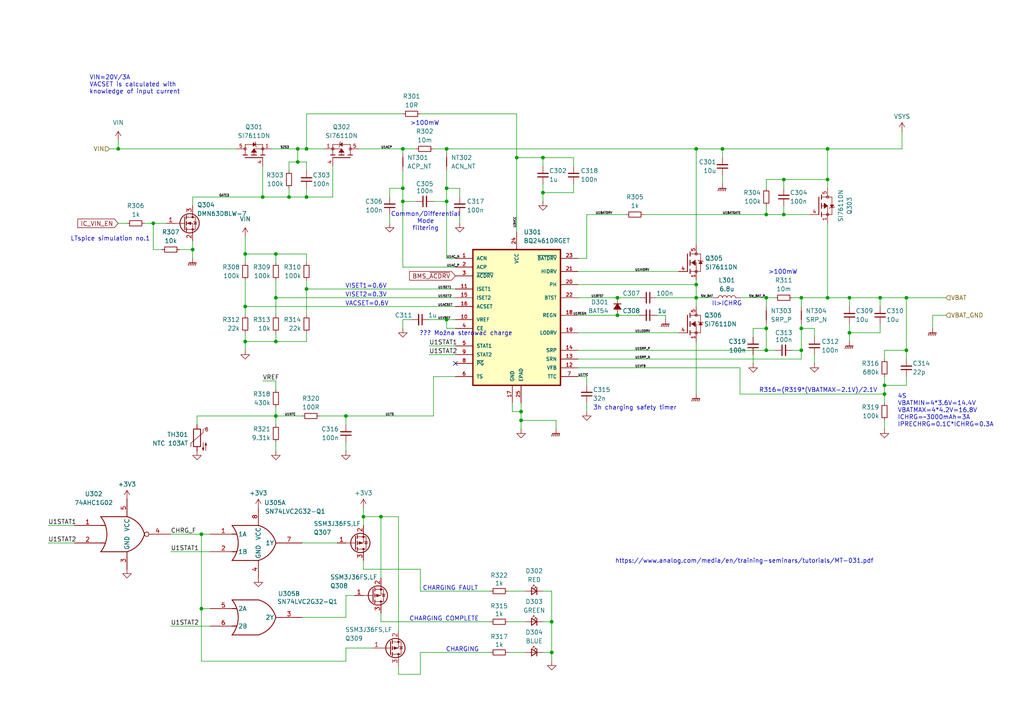
<source format=kicad_sch>
(kicad_sch (version 20231120) (generator "eeschema") (generator_version "8.0")
  (paper "A4")
  (title_block (title "Battery Pack Board") (date "2024-09-21") (rev "1.0") (company "WM"))
  (junction (at 157.48 45.72))
  (junction (at 232.41 101.6))
  (junction (at 160.02 189.23))
  (junction (at 88.9 83.82))
  (junction (at 129.54 43.18))
  (junction (at 232.41 86.36))
  (junction (at 55.88 72.39))
  (junction (at 151.13 121.92))
  (junction (at 232.41 95.25))
  (junction (at 44.45 64.77))
  (junction (at 80.01 120.65))
  (junction (at 129.54 58.42))
  (junction (at 71.12 73.66))
  (junction (at 179.07 91.44))
  (junction (at 240.03 52.07))
  (junction (at 227.33 52.07))
  (junction (at 129.54 92.71))
  (junction (at 262.89 101.6))
  (junction (at 201.93 86.36))
  (junction (at 116.84 58.42))
  (junction (at 129.54 54.61))
  (junction (at 105.41 149.86))
  (junction (at 110.49 149.86))
  (junction (at 86.36 46.99))
  (junction (at 240.03 86.36))
  (junction (at 222.25 101.6))
  (junction (at 100.33 120.65))
  (junction (at 222.25 95.25))
  (junction (at 227.33 62.23))
  (junction (at 86.36 43.18))
  (junction (at 246.38 96.52))
  (junction (at 76.2 57.15))
  (junction (at 256.54 111.76))
  (junction (at 262.89 86.36))
  (junction (at 209.55 43.18))
  (junction (at 149.86 45.72))
  (junction (at 246.38 86.36))
  (junction (at 71.12 99.06))
  (junction (at 255.27 86.36))
  (junction (at 157.48 55.88))
  (junction (at 80.01 99.06))
  (junction (at 58.42 154.94))
  (junction (at 160.02 180.34))
  (junction (at 201.93 82.55))
  (junction (at 88.9 43.18))
  (junction (at 58.42 176.53))
  (junction (at 80.01 73.66))
  (junction (at 151.13 119.38))
  (junction (at 240.03 43.18))
  (junction (at 201.93 43.18))
  (junction (at 116.84 43.18))
  (junction (at 71.12 88.9))
  (junction (at 116.84 54.61))
  (junction (at 179.07 86.36))
  (junction (at 222.25 86.36))
  (junction (at 222.25 62.23))
  (junction (at 88.9 57.15))
  (junction (at 34.29 43.18))
  (junction (at 256.54 114.3))
  (junction (at 83.82 57.15))
  (junction (at 80.01 86.36))
  (no_connect (at 132.08 105.41))
  (wire (pts (xy 34.29 64.77) (xy 36.83 64.77)))
  (wire (pts (xy 218.44 105.41) (xy 218.44 102.87)))
  (wire (pts (xy 44.45 64.77) (xy 48.26 64.77)))
  (wire (pts (xy 246.38 86.36) (xy 255.27 86.36)))
  (wire (pts (xy 88.9 43.18) (xy 93.98 43.18)))
  (wire (pts (xy 151.13 121.92) (xy 161.29 121.92)))
  (wire (pts (xy 88.9 73.66) (xy 80.01 73.66)))
  (wire (pts (xy 55.88 72.39) (xy 55.88 69.85)))
  (wire (pts (xy 88.9 54.61) (xy 88.9 57.15)))
  (wire (pts (xy 105.41 162.56) (xy 105.41 165.1)))
  (wire (pts (xy 232.41 95.25) (xy 232.41 101.6)))
  (wire (pts (xy 256.54 109.22) (xy 256.54 111.76)))
  (wire (pts (xy 80.01 86.36) (xy 80.01 91.44)))
  (wire (pts (xy 105.41 149.86) (xy 105.41 152.4)))
  (wire (pts (xy 222.25 95.25) (xy 222.25 101.6)))
  (wire (pts (xy 246.38 86.36) (xy 246.38 88.9)))
  (wire (pts (xy 113.03 57.15) (xy 113.03 54.61)))
  (wire (pts (xy 262.89 101.6) (xy 256.54 101.6)))
  (wire (pts (xy 160.02 180.34) (xy 160.02 189.23)))
  (wire (pts (xy 160.02 171.45) (xy 160.02 180.34)))
  (wire (pts (xy 149.86 33.02) (xy 149.86 45.72)))
  (wire (pts (xy 113.03 54.61) (xy 116.84 54.61)))
  (wire (pts (xy 149.86 33.02) (xy 121.92 33.02)))
  (wire (pts (xy 76.2 110.49) (xy 80.01 110.49)))
  (wire (pts (xy 88.9 81.28) (xy 88.9 83.82)))
  (wire (pts (xy 80.01 86.36) (xy 132.08 86.36)))
  (wire (pts (xy 274.32 91.44) (xy 270.51 91.44)))
  (wire (pts (xy 129.54 43.18) (xy 201.93 43.18)))
  (wire (pts (xy 167.64 86.36) (xy 179.07 86.36)))
  (wire (pts (xy 100.33 172.72) (xy 100.33 179.07)))
  (wire (pts (xy 222.25 86.36) (xy 222.25 88.9)))
  (wire (pts (xy 115.57 195.58) (xy 121.92 195.58)))
  (wire (pts (xy 129.54 92.71) (xy 132.08 92.71)))
  (wire (pts (xy 201.93 81.28) (xy 201.93 82.55)))
  (wire (pts (xy 133.35 64.77) (xy 133.35 62.23)))
  (wire (pts (xy 87.63 157.48) (xy 97.79 157.48)))
  (wire (pts (xy 71.12 81.28) (xy 71.12 88.9)))
  (wire (pts (xy 218.44 95.25) (xy 222.25 95.25)))
  (wire (pts (xy 133.35 57.15) (xy 133.35 54.61)))
  (wire (pts (xy 157.48 55.88) (xy 157.48 53.34)))
  (wire (pts (xy 179.07 86.36) (xy 185.42 86.36)))
  (wire (pts (xy 157.48 180.34) (xy 160.02 180.34)))
  (wire (pts (xy 157.48 48.26) (xy 157.48 45.72)))
  (wire (pts (xy 201.93 43.18) (xy 209.55 43.18)))
  (wire (pts (xy 120.65 43.18) (xy 116.84 43.18)))
  (wire (pts (xy 167.64 82.55) (xy 201.93 82.55)))
  (wire (pts (xy 83.82 54.61) (xy 83.82 57.15)))
  (wire (pts (xy 240.03 86.36) (xy 246.38 86.36)))
  (wire (pts (xy 104.14 43.18) (xy 116.84 43.18)))
  (wire (pts (xy 71.12 68.58) (xy 71.12 73.66)))
  (wire (pts (xy 157.48 58.42) (xy 157.48 55.88)))
  (wire (pts (xy 256.54 101.6) (xy 256.54 104.14)))
  (wire (pts (xy 201.93 82.55) (xy 201.93 86.36)))
  (wire (pts (xy 261.62 38.1) (xy 261.62 43.18)))
  (wire (pts (xy 232.41 93.98) (xy 232.41 95.25)))
  (wire (pts (xy 116.84 58.42) (xy 116.84 54.61)))
  (wire (pts (xy 71.12 88.9) (xy 71.12 91.44)))
  (wire (pts (xy 129.54 95.25) (xy 129.54 92.71)))
  (wire (pts (xy 60.96 176.53) (xy 58.42 176.53)))
  (wire (pts (xy 209.55 53.34) (xy 209.55 50.8)))
  (wire (pts (xy 222.25 52.07) (xy 227.33 52.07)))
  (wire (pts (xy 13.97 157.48) (xy 21.59 157.48)))
  (wire (pts (xy 129.54 44.45) (xy 129.54 43.18)))
  (wire (pts (xy 125.73 120.65) (xy 100.33 120.65)))
  (wire (pts (xy 129.54 54.61) (xy 129.54 49.53)))
  (wire (pts (xy 71.12 101.6) (xy 71.12 99.06)))
  (wire (pts (xy 100.33 130.81) (xy 100.33 128.27)))
  (wire (pts (xy 240.03 43.18) (xy 240.03 52.07)))
  (wire (pts (xy 83.82 46.99) (xy 86.36 46.99)))
  (wire (pts (xy 157.48 171.45) (xy 160.02 171.45)))
  (wire (pts (xy 167.64 96.52) (xy 196.85 96.52)))
  (wire (pts (xy 224.79 86.36) (xy 222.25 86.36)))
  (wire (pts (xy 80.01 120.65) (xy 87.63 120.65)))
  (wire (pts (xy 170.18 119.38) (xy 170.18 116.84)))
  (wire (pts (xy 222.25 54.61) (xy 222.25 52.07)))
  (wire (pts (xy 88.9 83.82) (xy 132.08 83.82)))
  (wire (pts (xy 125.73 109.22) (xy 125.73 120.65)))
  (wire (pts (xy 46.99 72.39) (xy 44.45 72.39)))
  (wire (pts (xy 256.54 114.3) (xy 214.63 114.3)))
  (wire (pts (xy 232.41 104.14) (xy 167.64 104.14)))
  (wire (pts (xy 116.84 95.25) (xy 116.84 92.71)))
  (wire (pts (xy 201.93 86.36) (xy 201.93 88.9)))
  (wire (pts (xy 41.91 64.77) (xy 44.45 64.77)))
  (wire (pts (xy 34.29 43.18) (xy 68.58 43.18)))
  (wire (pts (xy 222.25 59.69) (xy 222.25 62.23)))
  (wire (pts (xy 129.54 58.42) (xy 129.54 54.61)))
  (wire (pts (xy 256.54 114.3) (xy 256.54 116.84)))
  (wire (pts (xy 110.49 149.86) (xy 115.57 149.86)))
  (wire (pts (xy 105.41 147.32) (xy 105.41 149.86)))
  (wire (pts (xy 240.03 52.07) (xy 240.03 54.61)))
  (wire (pts (xy 170.18 62.23) (xy 181.61 62.23)))
  (wire (pts (xy 80.01 113.03) (xy 80.01 110.49)))
  (wire (pts (xy 55.88 57.15) (xy 55.88 59.69)))
  (wire (pts (xy 201.93 43.18) (xy 201.93 71.12)))
  (wire (pts (xy 116.84 54.61) (xy 116.84 49.53)))
  (wire (pts (xy 80.01 96.52) (xy 80.01 99.06)))
  (wire (pts (xy 86.36 46.99) (xy 88.9 46.99)))
  (wire (pts (xy 227.33 59.69) (xy 227.33 62.23)))
  (wire (pts (xy 132.08 74.93) (xy 129.54 74.93)))
  (wire (pts (xy 214.63 106.68) (xy 167.64 106.68)))
  (wire (pts (xy 121.92 165.1) (xy 121.92 171.45)))
  (wire (pts (xy 214.63 114.3) (xy 214.63 106.68)))
  (wire (pts (xy 88.9 33.02) (xy 88.9 43.18)))
  (wire (pts (xy 110.49 180.34) (xy 142.24 180.34)))
  (wire (pts (xy 147.32 189.23) (xy 152.4 189.23)))
  (wire (pts (xy 186.69 62.23) (xy 222.25 62.23)))
  (wire (pts (xy 96.52 48.26) (xy 96.52 57.15)))
  (wire (pts (xy 201.93 86.36) (xy 207.01 86.36)))
  (wire (pts (xy 49.53 154.94) (xy 58.42 154.94)))
  (wire (pts (xy 222.25 93.98) (xy 222.25 95.25)))
  (wire (pts (xy 179.07 91.44) (xy 185.42 91.44)))
  (wire (pts (xy 80.01 73.66) (xy 80.01 76.2)))
  (wire (pts (xy 262.89 109.22) (xy 262.89 111.76)))
  (wire (pts (xy 34.29 40.64) (xy 34.29 43.18)))
  (wire (pts (xy 78.74 43.18) (xy 86.36 43.18)))
  (wire (pts (xy 110.49 177.8) (xy 110.49 180.34)))
  (wire (pts (xy 236.22 97.79) (xy 236.22 95.25)))
  (wire (pts (xy 92.71 120.65) (xy 100.33 120.65)))
  (wire (pts (xy 100.33 172.72) (xy 102.87 172.72)))
  (wire (pts (xy 255.27 93.98) (xy 255.27 96.52)))
  (wire (pts (xy 166.37 53.34) (xy 166.37 55.88)))
  (wire (pts (xy 115.57 149.86) (xy 115.57 182.88)))
  (wire (pts (xy 58.42 154.94) (xy 60.96 154.94)))
  (wire (pts (xy 31.75 43.18) (xy 34.29 43.18)))
  (wire (pts (xy 232.41 95.25) (xy 236.22 95.25)))
  (wire (pts (xy 124.46 102.87) (xy 132.08 102.87)))
  (wire (pts (xy 88.9 76.2) (xy 88.9 73.66)))
  (wire (pts (xy 229.87 101.6) (xy 232.41 101.6)))
  (wire (pts (xy 116.84 58.42) (xy 116.84 77.47)))
  (wire (pts (xy 133.35 54.61) (xy 129.54 54.61)))
  (wire (pts (xy 240.03 43.18) (xy 261.62 43.18)))
  (wire (pts (xy 209.55 43.18) (xy 240.03 43.18)))
  (wire (pts (xy 170.18 62.23) (xy 170.18 74.93)))
  (wire (pts (xy 107.95 187.96) (xy 100.33 187.96)))
  (wire (pts (xy 80.01 118.11) (xy 80.01 120.65)))
  (wire (pts (xy 151.13 116.84) (xy 151.13 119.38)))
  (wire (pts (xy 105.41 149.86) (xy 110.49 149.86)))
  (wire (pts (xy 166.37 48.26) (xy 166.37 45.72)))
  (wire (pts (xy 76.2 57.15) (xy 83.82 57.15)))
  (wire (pts (xy 49.53 181.61) (xy 60.96 181.61)))
  (wire (pts (xy 167.64 78.74) (xy 196.85 78.74)))
  (wire (pts (xy 86.36 43.18) (xy 86.36 46.99)))
  (wire (pts (xy 44.45 64.77) (xy 44.45 72.39)))
  (wire (pts (xy 240.03 64.77) (xy 240.03 86.36)))
  (wire (pts (xy 132.08 88.9) (xy 71.12 88.9)))
  (wire (pts (xy 121.92 189.23) (xy 142.24 189.23)))
  (wire (pts (xy 227.33 52.07) (xy 240.03 52.07)))
  (wire (pts (xy 218.44 97.79) (xy 218.44 95.25)))
  (wire (pts (xy 86.36 43.18) (xy 88.9 43.18)))
  (wire (pts (xy 55.88 74.93) (xy 55.88 72.39)))
  (wire (pts (xy 80.01 81.28) (xy 80.01 86.36)))
  (wire (pts (xy 100.33 187.96) (xy 100.33 191.77)))
  (wire (pts (xy 193.04 91.44) (xy 193.04 92.71)))
  (wire (pts (xy 129.54 58.42) (xy 129.54 74.93)))
  (wire (pts (xy 115.57 193.04) (xy 115.57 195.58)))
  (wire (pts (xy 88.9 46.99) (xy 88.9 49.53)))
  (wire (pts (xy 190.5 86.36) (xy 201.93 86.36)))
  (wire (pts (xy 88.9 96.52) (xy 88.9 99.06)))
  (wire (pts (xy 58.42 176.53) (xy 58.42 191.77)))
  (wire (pts (xy 149.86 45.72) (xy 157.48 45.72)))
  (wire (pts (xy 255.27 96.52) (xy 246.38 96.52)))
  (wire (pts (xy 55.88 57.15) (xy 76.2 57.15)))
  (wire (pts (xy 166.37 55.88) (xy 157.48 55.88)))
  (wire (pts (xy 147.32 171.45) (xy 152.4 171.45)))
  (wire (pts (xy 124.46 92.71) (xy 129.54 92.71)))
  (wire (pts (xy 88.9 99.06) (xy 80.01 99.06)))
  (wire (pts (xy 148.59 119.38) (xy 151.13 119.38)))
  (wire (pts (xy 71.12 99.06) (xy 71.12 96.52)))
  (wire (pts (xy 96.52 57.15) (xy 88.9 57.15)))
  (wire (pts (xy 246.38 99.06) (xy 246.38 96.52)))
  (wire (pts (xy 116.84 33.02) (xy 88.9 33.02)))
  (wire (pts (xy 256.54 111.76) (xy 262.89 111.76)))
  (wire (pts (xy 83.82 49.53) (xy 83.82 46.99)))
  (wire (pts (xy 232.41 86.36) (xy 240.03 86.36)))
  (wire (pts (xy 262.89 86.36) (xy 262.89 101.6)))
  (wire (pts (xy 132.08 109.22) (xy 125.73 109.22)))
  (wire (pts (xy 113.03 64.77) (xy 113.03 62.23)))
  (wire (pts (xy 167.64 91.44) (xy 179.07 91.44)))
  (wire (pts (xy 80.01 99.06) (xy 71.12 99.06)))
  (wire (pts (xy 76.2 48.26) (xy 76.2 57.15)))
  (wire (pts (xy 132.08 77.47) (xy 116.84 77.47)))
  (wire (pts (xy 255.27 86.36) (xy 255.27 88.9)))
  (wire (pts (xy 100.33 120.65) (xy 100.33 123.19)))
  (wire (pts (xy 201.93 114.3) (xy 201.93 99.06)))
  (wire (pts (xy 149.86 45.72) (xy 149.86 67.31)))
  (wire (pts (xy 116.84 92.71) (xy 119.38 92.71)))
  (wire (pts (xy 167.64 101.6) (xy 222.25 101.6)))
  (wire (pts (xy 57.15 120.65) (xy 80.01 120.65)))
  (wire (pts (xy 232.41 101.6) (xy 232.41 104.14)))
  (wire (pts (xy 80.01 120.65) (xy 80.01 123.19)))
  (wire (pts (xy 80.01 73.66) (xy 71.12 73.66)))
  (wire (pts (xy 256.54 111.76) (xy 256.54 114.3)))
  (wire (pts (xy 161.29 121.92) (xy 161.29 124.46)))
  (wire (pts (xy 125.73 58.42) (xy 129.54 58.42)))
  (wire (pts (xy 148.59 119.38) (xy 148.59 116.84)))
  (wire (pts (xy 80.01 130.81) (xy 80.01 128.27)))
  (wire (pts (xy 255.27 86.36) (xy 262.89 86.36)))
  (wire (pts (xy 256.54 124.46) (xy 256.54 121.92)))
  (wire (pts (xy 224.79 101.6) (xy 222.25 101.6)))
  (wire (pts (xy 246.38 96.52) (xy 246.38 93.98)))
  (wire (pts (xy 125.73 43.18) (xy 129.54 43.18)))
  (wire (pts (xy 116.84 58.42) (xy 120.65 58.42)))
  (wire (pts (xy 116.84 44.45) (xy 116.84 43.18)))
  (wire (pts (xy 71.12 73.66) (xy 71.12 76.2)))
  (wire (pts (xy 236.22 105.41) (xy 236.22 102.87)))
  (wire (pts (xy 121.92 195.58) (xy 121.92 189.23)))
  (wire (pts (xy 229.87 86.36) (xy 232.41 86.36)))
  (wire (pts (xy 147.32 180.34) (xy 152.4 180.34)))
  (wire (pts (xy 83.82 57.15) (xy 88.9 57.15)))
  (wire (pts (xy 232.41 86.36) (xy 232.41 88.9)))
  (wire (pts (xy 166.37 45.72) (xy 157.48 45.72)))
  (wire (pts (xy 270.51 91.44) (xy 270.51 95.25)))
  (wire (pts (xy 190.5 91.44) (xy 193.04 91.44)))
  (wire (pts (xy 49.53 160.02) (xy 60.96 160.02)))
  (wire (pts (xy 151.13 121.92) (xy 151.13 124.46)))
  (wire (pts (xy 222.25 86.36) (xy 214.63 86.36)))
  (wire (pts (xy 170.18 109.22) (xy 170.18 111.76)))
  (wire (pts (xy 227.33 62.23) (xy 234.95 62.23)))
  (wire (pts (xy 121.92 171.45) (xy 142.24 171.45)))
  (wire (pts (xy 58.42 176.53) (xy 58.42 154.94)))
  (wire (pts (xy 222.25 62.23) (xy 227.33 62.23)))
  (wire (pts (xy 100.33 179.07) (xy 87.63 179.07)))
  (wire (pts (xy 13.97 152.4) (xy 21.59 152.4)))
  (wire (pts (xy 100.33 191.77) (xy 58.42 191.77)))
  (wire (pts (xy 52.07 72.39) (xy 55.88 72.39)))
  (wire (pts (xy 209.55 43.18) (xy 209.55 45.72)))
  (wire (pts (xy 124.46 100.33) (xy 132.08 100.33)))
  (wire (pts (xy 132.08 95.25) (xy 129.54 95.25)))
  (wire (pts (xy 57.15 120.65) (xy 57.15 123.19)))
  (wire (pts (xy 262.89 86.36) (xy 274.32 86.36)))
  (wire (pts (xy 160.02 191.77) (xy 160.02 189.23)))
  (wire (pts (xy 151.13 119.38) (xy 151.13 121.92)))
  (wire (pts (xy 105.41 165.1) (xy 121.92 165.1)))
  (wire (pts (xy 227.33 54.61) (xy 227.33 52.07)))
  (wire (pts (xy 88.9 83.82) (xy 88.9 91.44)))
  (wire (pts (xy 110.49 149.86) (xy 110.49 167.64)))
  (wire (pts (xy 160.02 189.23) (xy 157.48 189.23)))
  (wire (pts (xy 167.64 109.22) (xy 170.18 109.22)))
  (wire (pts (xy 262.89 104.14) (xy 262.89 101.6)))
  (wire (pts (xy 170.18 74.93) (xy 167.64 74.93)))
  (text "VISET2=0.3V" (at 106.172 85.598 0) (effects (font (size 1.27 1.27))))
  (text "??? Można sterować charge" (at 135.128 96.774 0) (effects (font (size 1.27 1.27))))
  (text "Il>ICHRG" (at 210.82 88.138 0) (effects (font (size 1.27 1.27))))
  (text ">100mW" (at 123.19 35.814 0) (effects (font (size 1.27 1.27))))
  (text "https://www.analog.com/media/en/training-seminars/tutorials/MT-031.pdf" (at 215.9 162.814 0) (effects (font (size 1.27 1.27))))
  (text "3h charging safety timer" (at 184.15 118.364 0) (effects (font (size 1.27 1.27))))
  (text ">100mW" (at 227.076 78.994 0) (effects (font (size 1.27 1.27))))
  (text "VISET1=0.6V" (at 106.172 83.058 0) (effects (font (size 1.27 1.27))))
  (text "Common/Differential\nMode\nfiltering" (at 123.444 64.262 0) (effects (font (size 1.27 1.27))))
  (text "LTspice simulation no.1" (at 32.004 69.342 0) (effects (font (size 1.27 1.27))))
  (text "CHARGING COMPLETE" (at 138.938 179.578 0) (effects (font (size 1.27 1.27)) (justify right)))
  (text "R316=(R319*(VBATMAX-2.1V)/2.1V" (at 254.508 113.284 0) (effects (font (size 1.27 1.27)) (justify right)))
  (text "VIN=20V/3A\nVACSET is calculated with \nknowledge of input current" (at 25.908 24.638 0) (effects (font (size 1.27 1.27)) (justify left)))
  (text "CHARGING" (at 138.938 188.468 0) (effects (font (size 1.27 1.27)) (justify right)))
  (text "VACSET=0.6V" (at 106.426 88.138 0) (effects (font (size 1.27 1.27))))
  (text "4S\nVBATMIN=4*3.6V=14.4V\nVBATMAX=4*4.2V=16.8V\nICHRG=~3000mAh=3A\nIPRECHRG=0.1C*ICHRG=0.3A" (at 260.35 119.126 0) (effects (font (size 1.27 1.27)) (justify left)))
  (text "CHARGING FAULT" (at 138.684 170.688 0) (effects (font (size 1.27 1.27)) (justify right)))
  (label "U1ISET1" (at 127 83.82 0) (effects (font (size 0.635 0.635))))
  (label "SW_BAT" (at 203.2 86.36 0) (effects (font (size 0.635 0.635))))
  (label "U1SRP_P" (at 184.15 101.6 0) (effects (font (size 0.635 0.635))))
  (label "U1TTC" (at 167.64 109.22 0) (effects (font (size 0.635 0.635))))
  (label "S2S3" (at 81.28 43.18 0) (effects (font (size 0.635 0.635))))
  (label "U1REGN" (at 170.18 91.44 180) (effects (font (size 0.635 0.635))))
  (label "U1ACSET" (at 127 88.9 0) (effects (font (size 0.635 0.635))))
  (label "U1BTST" (at 171.45 86.36 0) (effects (font (size 0.635 0.635))))
  (label "U1HIDRV" (at 184.15 78.74 0) (effects (font (size 0.635 0.635))))
  (label "SW_BAT_R" (at 217.17 86.36 0) (effects (font (size 0.635 0.635))))
  (label "U1STAT2" (at 124.46 102.87 0))
  (label "U1STAT2" (at 13.97 157.48 0))
  (label "U1STAT1" (at 13.97 152.4 0))
  (label "U1BATDRV" (at 172.72 62.23 0) (effects (font (size 0.635 0.635))))
  (label "U1AC_N" (at 129.54 74.93 0) (effects (font (size 0.635 0.635))))
  (label "U3VCC" (at 149.86 66.04 90) (effects (font (size 0.635 0.635))))
  (label "U1LODRV" (at 184.15 96.52 0) (effects (font (size 0.635 0.635))))
  (label "U1TS" (at 111.76 120.65 0) (effects (font (size 0.635 0.635))))
  (label "U1ACP" (at 110.49 43.18 0) (effects (font (size 0.635 0.635))))
  (label "U1VREF" (at 127 92.71 0) (effects (font (size 0.635 0.635))))
  (label "GATE3" (at 63.5 57.15 0) (effects (font (size 0.635 0.635))))
  (label "U1AC_P" (at 129.54 77.47 0) (effects (font (size 0.635 0.635))))
  (label "U1ISET2" (at 127 86.36 0) (effects (font (size 0.635 0.635))))
  (label "U1NTC" (at 82.55 120.65 0) (effects (font (size 0.635 0.635))))
  (label "U1STAT1" (at 49.53 160.02 0))
  (label "VREF" (at 76.2 110.49 0))
  (label "U1STAT1" (at 124.46 100.33 0))
  (label "U1VFB" (at 184.15 106.68 0) (effects (font (size 0.635 0.635))))
  (label "U1BATGATE" (at 209.55 62.23 0) (effects (font (size 0.635 0.635))))
  (label "U1STAT2" (at 49.53 181.61 0))
  (label "CHRG_F" (at 49.53 154.94 0))
  (label "U1SRP_N" (at 184.15 104.14 0) (effects (font (size 0.635 0.635))))
  (global_label "BMS_~{ACDRV}" (shape input) (at 132.08 80.01 180) (property "Intersheetrefs" "${INTERSHEET_REFS}" (effects (hide yes))))
  (global_label "IC_VIN_EN" (shape input) (at 34.29 64.77 180) (property "Intersheetrefs" "${INTERSHEET_REFS}" (effects (hide yes))))
  (hierarchical_label "VBAT" (shape input) (at 274.32 86.36 0))
  (hierarchical_label "VIN" (shape input) (at 31.75 43.18 180))
  (hierarchical_label "VBAT_GND" (shape input) (at 274.32 91.44 0))
  (symbol (lib_id "power:GNDPWR") (at 201.93 114.3 0) (unit 1)
    (property "Reference" "#PWR0315" (effects (hide yes)))
    (property "Value" "GNDPWR" (effects (hide yes)))
    (property "Description" "Power symbol creates a global label with name \"GNDPWR\" , global ground" (effects (hide yes)))
  )
  (symbol (lib_id "power:+3.3V") (at 74.93 147.32 0) (unit 1)
    (property "Reference" "#PWR0324" (effects (hide yes)))
    (property "Value" "+3V3" (at 74.93 143.002 0))
    (property "Description" "Power symbol creates a global label with name \"+3.3V\"" (effects (hide yes)))
  )
  (symbol (lib_id "SIS412DN-T1-GE3:SI7611DN-T1-GE3") (at 199.39 93.98 0) (mirror x) (unit 1)
    (property "Reference" "Q306" (at 204.216 91.44 0) (effects (justify left)))
    (property "Value" "SI7611DN" (at 204.216 93.98 0) (effects (justify left)))
    (property "Footprint" "SIS412DN-T1-GE3:VISHAY_SIS468DN-T1-GE3_SIS412DN-T1-GE3" (effects (hide yes)))
    (property "Datasheet" "https://www.vishay.com/docs/69006/sis412dn_new.pdf" (effects (hide yes)))
    (property "MF" "Vishay" (effects (hide yes)))
    (property "Description_1" "\nMOSFET P-CH 40V 18A 1212-8 | Siliconix / Vishay SI7611DN-T1-GE3\n" (effects (hide yes)))
    (property "Package" "PowerPAK®-1212 Vishay" (effects (hide yes)))
    (property "Price" "None" (effects (hide yes)))
    (property "Check_prices" "https://www.snapeda.com/parts/SI7611DN-T1-GE3/Vishay+Siliconix/view-part/?ref=eda" (effects (hide yes)))
    (property "STANDARD" "Manufacturer recommendations" (effects (hide yes)))
    (property "PARTREV" "B" (effects (hide yes)))
    (property "SnapEDA_Link" "https://www.snapeda.com/parts/SI7611DN-T1-GE3/Vishay+Siliconix/view-part/?ref=snap" (effects (hide yes)))
    (property "MP" "SI7611DN-T1-GE3" (effects (hide yes)))
    (property "Purchase-URL" "https://www.snapeda.com/api/url_track_click_mouser/?unipart_id=245086&manufacturer=Vishay&part_name=SI7611DN-T1-GE3&search_term=None" (effects (hide yes)))
    (property "Availability" "In Stock" (effects (hide yes)))
    (property "MANUFACTURER" "VISHAY" (effects (hide yes)))
    (property "Mouser" "https://www.mouser.pl/ProductDetail/Vishay-Semiconductors/SIS412DN-T1-GE3?qs=cPOO8qjhL6NqDrBget0Fyg%3D%3D" (effects (hide yes)))
  )
  (symbol (lib_id "Device:R_Small") (at 88.9 78.74 0) (unit 1)
    (property "Reference" "R310" (at 87.376 77.47 0) (effects (justify right)))
    (property "Value" "100k" (at 87.376 80.01 0) (effects (justify right)))
    (property "Footprint" "Resistor_SMD:R_0402_1005Metric" (effects (hide yes)))
    (property "Description" "Resistor, small symbol" (effects (hide yes)))
  )
  (symbol (lib_id "Device:Q_PMOS_GSD") (at 113.03 187.96 0) (mirror x) (unit 1)
    (property "Reference" "Q309" (at 100.076 185.166 0) (effects (justify left)))
    (property "Value" "SSM3J36FS,LF" (at 100.076 182.626 0) (effects (justify left)))
    (property "Footprint" "Package_TO_SOT_SMD:SOT-416" (effects (hide yes)))
    (property "Description" "P-MOSFET transistor, gate/source/drain" (effects (hide yes)))
    (property "Mouser" "https://www.mouser.pl/ProductDetail/Toshiba/SSM3J36FSLF?qs=rsevcuukUAzcgGzSseuhiw%3D%3D" (effects (hide yes)))
  )
  (symbol (lib_id "power:GNDPWR") (at 209.55 53.34 0) (unit 1)
    (property "Reference" "#PWR0303" (effects (hide yes)))
    (property "Value" "GNDPWR" (effects (hide yes)))
    (property "Description" "Power symbol creates a global label with name \"GNDPWR\" , global ground" (effects (hide yes)))
  )
  (symbol (lib_id "power:GND") (at 113.03 64.77 0) (unit 1)
    (property "Reference" "#PWR0305" (effects (hide yes)))
    (property "Value" "GND" (effects (hide yes)))
    (property "Description" "Power symbol creates a global label with name \"GND\" , ground" (effects (hide yes)))
  )
  (symbol (lib_id "Device:R_Small") (at 256.54 106.68 0) (unit 1)
    (property "Reference" "R316" (at 255.016 105.41 0) (effects (justify right)))
    (property "Value" "680k" (at 255.016 107.95 0) (effects (justify right)))
    (property "Footprint" "Resistor_SMD:R_0402_1005Metric" (effects (hide yes)))
    (property "Description" "Resistor, small symbol" (effects (hide yes)))
  )
  (symbol (lib_id "power:GND") (at 80.01 130.81 0) (unit 1)
    (property "Reference" "#PWR0320" (effects (hide yes)))
    (property "Value" "GND" (effects (hide yes)))
    (property "Description" "Power symbol creates a global label with name \"GND\" , ground" (effects (hide yes)))
  )
  (symbol (lib_id "power:GND") (at 36.83 165.1 0) (unit 1)
    (property "Reference" "#PWR0325" (effects (hide yes)))
    (property "Value" "GND" (effects (hide yes)))
    (property "Description" "Power symbol creates a global label with name \"GND\" , ground" (effects (hide yes)))
  )
  (symbol (lib_id "power:VCC") (at 71.12 68.58 0) (unit 1)
    (property "Reference" "#PWR0306" (effects (hide yes)))
    (property "Value" "VIN" (at 71.12 63.5 0))
    (property "Description" "Power symbol creates a global label with name \"VCC\"" (effects (hide yes)))
  )
  (symbol (lib_id "Device:R_Small") (at 90.17 120.65 90) (unit 1)
    (property "Reference" "R320" (at 90.17 115.57 90))
    (property "Value" "100R" (at 90.17 118.11 90))
    (property "Footprint" "Resistor_SMD:R_0402_1005Metric" (effects (hide yes)))
    (property "Description" "Resistor, small symbol" (effects (hide yes)))
  )
  (symbol (lib_id "Device:C_Small") (at 166.37 50.8 180) (unit 1)
    (property "Reference" "C318" (at 168.402 49.53 0) (effects (justify right)))
    (property "Value" "100n" (at 168.402 52.07 0) (effects (justify right)))
    (property "Footprint" "Capacitor_SMD:C_0402_1005Metric" (effects (hide yes)))
    (property "Description" "Unpolarized capacitor, small symbol" (effects (hide yes)))
  )
  (symbol (lib_id "Device:C_Small") (at 262.89 106.68 180) (unit 1)
    (property "Reference" "C314" (at 264.668 105.41 0) (effects (justify right)))
    (property "Value" "22p" (at 264.668 107.95 0) (effects (justify right)))
    (property "Footprint" "Capacitor_SMD:C_0402_1005Metric" (effects (hide yes)))
    (property "Description" "Unpolarized capacitor, small symbol" (effects (hide yes)))
  )
  (symbol (lib_id "Device:C_Small") (at 100.33 125.73 0) (mirror x) (unit 1)
    (property "Reference" "C316" (at 98.298 124.46 0) (effects (justify right)))
    (property "Value" "100n" (at 98.298 127 0) (effects (justify right)))
    (property "Footprint" "Capacitor_SMD:C_0402_1005Metric" (effects (hide yes)))
    (property "Description" "Unpolarized capacitor, small symbol" (effects (hide yes)))
  )
  (symbol (lib_id "Device:C_Small") (at 246.38 91.44 180) (unit 1)
    (property "Reference" "C309" (at 248.158 90.17 0) (effects (justify right)))
    (property "Value" "10u" (at 248.158 92.71 0) (effects (justify right)))
    (property "Footprint" "Capacitor_SMD:C_1206_3216Metric" (effects (hide yes)))
    (property "Description" "Unpolarized capacitor, small symbol" (effects (hide yes)))
  )
  (symbol (lib_id "SI7611DN-T1-GE3:SI7611DN-T1-GE3") (at 237.49 59.69 0) (mirror x) (unit 1)
    (property "Reference" "Q303" (at 246.38 59.69 90))
    (property "Value" "SI7611DN" (at 243.84 59.69 90))
    (property "Footprint" "SI7611DN-T1-GE3:VISHAY_SIS468DN-T1-GE3_SI7611DN-T1-GE3" (effects (hide yes)))
    (property "Datasheet" "https://www.vishay.com/docs/65164/si7617dn.pdf" (effects (hide yes)))
    (property "MF" "Vishay" (effects (hide yes)))
    (property "Description_1" "\nMOSFET P-CH 40V 18A 1212-8 | Siliconix / Vishay SI7611DN-T1-GE3\n" (effects (hide yes)))
    (property "Package" "PowerPAK®-1212 Vishay" (effects (hide yes)))
    (property "Price" "None" (effects (hide yes)))
    (property "Check_prices" "https://www.snapeda.com/parts/SI7611DN-T1-GE3/Vishay+Siliconix/view-part/?ref=eda" (effects (hide yes)))
    (property "STANDARD" "Manufacturer recommendations" (effects (hide yes)))
    (property "PARTREV" "B" (effects (hide yes)))
    (property "SnapEDA_Link" "https://www.snapeda.com/parts/SI7611DN-T1-GE3/Vishay+Siliconix/view-part/?ref=snap" (effects (hide yes)))
    (property "MP" "SI7611DN-T1-GE3" (effects (hide yes)))
    (property "Purchase-URL" "https://www.snapeda.com/api/url_track_click_mouser/?unipart_id=245086&manufacturer=Vishay&part_name=SI7611DN-T1-GE3&search_term=None" (effects (hide yes)))
    (property "Availability" "In Stock" (effects (hide yes)))
    (property "MANUFACTURER" "VISHAY" (effects (hide yes)))
    (property "Mouser" "https://www.mouser.pl/ProductDetail/Vishay-Semiconductors/SI7617DN-T1-GE3?qs=kt16UJ73eEF1rWSJwJchzg%3D%3D" (effects (hide yes)))
  )
  (symbol (lib_id "Device:LED_Small") (at 154.94 189.23 0) (mirror y) (unit 1)
    (property "Reference" "D304" (at 154.94 183.388 0))
    (property "Value" "BLUE" (at 154.94 185.928 0))
    (property "Footprint" "LED_SMD:LED_0603_1608Metric" (effects (hide yes)))
    (property "Description" "Light emitting diode, small symbol" (effects (hide yes)))
  )
  (symbol (lib_id "power:GND") (at 133.35 64.77 0) (mirror y) (unit 1)
    (property "Reference" "#PWR0327" (effects (hide yes)))
    (property "Value" "GND" (effects (hide yes)))
    (property "Description" "Power symbol creates a global label with name \"GND\" , ground" (effects (hide yes)))
  )
  (symbol (lib_id "power:GND") (at 74.93 167.64 0) (unit 1)
    (property "Reference" "#PWR0330" (effects (hide yes)))
    (property "Value" "GND" (effects (hide yes)))
    (property "Description" "Power symbol creates a global label with name \"GND\" , ground" (effects (hide yes)))
  )
  (symbol (lib_id "power:GND") (at 218.44 105.41 0) (unit 1)
    (property "Reference" "#PWR0328" (effects (hide yes)))
    (property "Value" "GND" (effects (hide yes)))
    (property "Description" "Power symbol creates a global label with name \"GND\" , ground" (effects (hide yes)))
  )
  (symbol (lib_id "Device:C_Small") (at 121.92 92.71 270) (unit 1)
    (property "Reference" "C311" (at 119.634 91.44 90) (effects (justify right)))
    (property "Value" "1u" (at 126.746 91.44 90) (effects (justify right)))
    (property "Footprint" "Capacitor_SMD:C_0402_1005Metric" (effects (hide yes)))
    (property "Description" "Unpolarized capacitor, small symbol" (effects (hide yes)))
  )
  (symbol (lib_id "power:GND") (at 160.02 191.77 0) (unit 1)
    (property "Reference" "#PWR0331" (effects (hide yes)))
    (property "Value" "GND" (effects (hide yes)))
    (property "Description" "Power symbol creates a global label with name \"GND\" , ground" (effects (hide yes)))
  )
  (symbol (lib_id "Device:R_Small") (at 80.01 78.74 0) (unit 1)
    (property "Reference" "R309" (at 78.486 77.47 0) (effects (justify right)))
    (property "Value" "100k" (at 78.486 80.01 0) (effects (justify right)))
    (property "Footprint" "Resistor_SMD:R_0402_1005Metric" (effects (hide yes)))
    (property "Description" "Resistor, small symbol" (effects (hide yes)))
  )
  (symbol (lib_id "Device:R_Small") (at 83.82 52.07 0) (unit 1)
    (property "Reference" "R303" (at 82.296 50.8 0) (effects (justify right)))
    (property "Value" "100k" (at 82.296 53.34 0) (effects (justify right)))
    (property "Footprint" "Resistor_SMD:R_0402_1005Metric" (effects (hide yes)))
    (property "Description" "Resistor, small symbol" (effects (hide yes)))
  )
  (symbol (lib_id "power:GND") (at 236.22 105.41 0) (mirror y) (unit 1)
    (property "Reference" "#PWR0314" (effects (hide yes)))
    (property "Value" "GND" (effects (hide yes)))
    (property "Description" "Power symbol creates a global label with name \"GND\" , ground" (effects (hide yes)))
  )
  (symbol (lib_id "Device:NetTie_2") (at 116.84 46.99 90) (unit 1) (in_bom no)
    (property "Reference" "NT301" (at 118.11 45.7199 90) (effects (justify right)))
    (property "Value" "ACP_NT" (at 118.11 48.2599 90) (effects (justify right)))
    (property "Footprint" "NetTieMy:NetTie_2_0,2mm" (effects (hide yes)))
    (property "Description" "Net tie, 2 pins" (effects (hide yes)))
  )
  (symbol (lib_id "power:GND") (at 71.12 101.6 0) (unit 1)
    (property "Reference" "#PWR0313" (effects (hide yes)))
    (property "Value" "GND" (effects (hide yes)))
    (property "Description" "Power symbol creates a global label with name \"GND\" , ground" (effects (hide yes)))
  )
  (symbol (lib_id "Device:Q_PMOS_GSD") (at 102.87 157.48 0) (mirror x) (unit 1)
    (property "Reference" "Q307" (at 90.932 154.432 0) (effects (justify left)))
    (property "Value" "SSM3J36FS,LF" (at 90.932 151.892 0) (effects (justify left)))
    (property "Footprint" "Package_TO_SOT_SMD:SOT-416" (effects (hide yes)))
    (property "Description" "P-MOSFET transistor, gate/source/drain" (effects (hide yes)))
    (property "Mouser" "https://www.mouser.pl/ProductDetail/Toshiba/SSM3J36FSLF?qs=rsevcuukUAzcgGzSseuhiw%3D%3D" (effects (hide yes)))
  )
  (symbol (lib_id "Device:R_Small") (at 71.12 93.98 0) (unit 1)
    (property "Reference" "R312" (at 69.596 92.71 0) (effects (justify right)))
    (property "Value" "22k" (at 69.596 95.25 0) (effects (justify right)))
    (property "Footprint" "Resistor_SMD:R_0402_1005Metric" (effects (hide yes)))
    (property "Description" "Resistor, small symbol" (effects (hide yes)))
  )
  (symbol (lib_id "Device:C_Small") (at 113.03 59.69 0) (mirror x) (unit 1)
    (property "Reference" "C306" (at 110.998 58.42 0) (effects (justify right)))
    (property "Value" "100n" (at 110.998 60.96 0) (effects (justify right)))
    (property "Footprint" "Capacitor_SMD:C_0402_1005Metric" (effects (hide yes)))
    (property "Description" "Unpolarized capacitor, small symbol" (effects (hide yes)))
  )
  (symbol (lib_id "Device:NetTie_2") (at 129.54 46.99 90) (unit 1) (in_bom no)
    (property "Reference" "NT302" (at 130.81 45.7199 90) (effects (justify right)))
    (property "Value" "ACN_NT" (at 130.81 48.2599 90) (effects (justify right)))
    (property "Footprint" "NetTieMy:NetTie_2_0,2mm" (effects (hide yes)))
    (property "Description" "Net tie, 2 pins" (effects (hide yes)))
  )
  (symbol (lib_id "Device:R_Small") (at 144.78 171.45 270) (mirror x) (unit 1)
    (property "Reference" "R322" (at 144.78 166.878 90))
    (property "Value" "1k" (at 144.78 169.164 90))
    (property "Footprint" "Resistor_SMD:R_0402_1005Metric" (effects (hide yes)))
    (property "Description" "Resistor, small symbol" (effects (hide yes)))
  )
  (symbol (lib_id "Device:R_Small") (at 49.53 72.39 90) (unit 1)
    (property "Reference" "R307" (at 49.53 67.31 90))
    (property "Value" "10k" (at 49.53 69.85 90))
    (property "Footprint" "Resistor_SMD:R_0402_1005Metric" (effects (hide yes)))
    (property "Description" "Resistor, small symbol" (effects (hide yes)))
  )
  (symbol (lib_id "Device:R_Small") (at 39.37 64.77 270) (unit 1)
    (property "Reference" "R306" (at 41.91 59.69 90) (effects (justify right)))
    (property "Value" "1k" (at 40.64 62.23 90) (effects (justify right)))
    (property "Footprint" "Resistor_SMD:R_0402_1005Metric" (effects (hide yes)))
    (property "Description" "Resistor, small symbol" (effects (hide yes)))
  )
  (symbol (lib_id "Device:C_Small") (at 227.33 101.6 90) (unit 1)
    (property "Reference" "C313" (at 227.33 96.52 90))
    (property "Value" "100n" (at 227.33 98.552 90))
    (property "Footprint" "Capacitor_SMD:C_0402_1005Metric" (effects (hide yes)))
    (property "Description" "Unpolarized capacitor, small symbol" (effects (hide yes)))
  )
  (symbol (lib_id "Device:C_Small") (at 187.96 86.36 270) (unit 1)
    (property "Reference" "C307" (at 185.674 85.09 90) (effects (justify right)))
    (property "Value" "100n" (at 195.326 85.09 90) (effects (justify right)))
    (property "Footprint" "Capacitor_SMD:C_0402_1005Metric" (effects (hide yes)))
    (property "Description" "Unpolarized capacitor, small symbol" (effects (hide yes)))
  )
  (symbol (lib_id "Device:C_Small") (at 157.48 50.8 180) (unit 1)
    (property "Reference" "C302" (at 159.258 49.53 0) (effects (justify right)))
    (property "Value" "1u" (at 159.258 52.07 0) (effects (justify right)))
    (property "Footprint" "Capacitor_SMD:C_0402_1005Metric" (effects (hide yes)))
    (property "Description" "Unpolarized capacitor, small symbol" (effects (hide yes)))
  )
  (symbol (lib_id "Device:C_Small") (at 218.44 100.33 0) (mirror x) (unit 1)
    (property "Reference" "C319" (at 216.408 99.06 0) (effects (justify right)))
    (property "Value" "100n" (at 216.408 101.6 0) (effects (justify right)))
    (property "Footprint" "Capacitor_SMD:C_0402_1005Metric" (effects (hide yes)))
    (property "Description" "Unpolarized capacitor, small symbol" (effects (hide yes)))
  )
  (symbol (lib_id "Device:C_Small") (at 236.22 100.33 180) (unit 1)
    (property "Reference" "C312" (at 238.252 99.06 0) (effects (justify right)))
    (property "Value" "100n" (at 238.252 101.6 0) (effects (justify right)))
    (property "Footprint" "Capacitor_SMD:C_0402_1005Metric" (effects (hide yes)))
    (property "Description" "Unpolarized capacitor, small symbol" (effects (hide yes)))
  )
  (symbol (lib_id "Device:D_Small_Filled") (at 179.07 88.9 90) (mirror x) (unit 1)
    (property "Reference" "D301" (at 176.53 87.6299 90) (effects (justify left)))
    (property "Value" "BAT54" (at 176.53 90.1699 90) (effects (justify left)))
    (property "Footprint" "Diode_SMD:D_SOD-323F" (effects (hide yes)))
    (property "Datasheet" "https://diotec.com/request/datasheet/bat54ws.pdf" (effects (hide yes)))
    (property "Description" "Diode, small symbol, filled shape" (effects (hide yes)))
    (property "Sim.Device" "D" (effects (hide yes)))
    (property "Sim.Pins" "1=K 2=A" (effects (hide yes)))
    (property "Mouser" "https://www.mouser.pl/ProductDetail/Diotec-Semiconductor/BAT54WS?qs=OlC7AqGiEDky6b8%2FWvhBfg%3D%3D" (effects (hide yes)))
  )
  (symbol (lib_id "Device:C_Small") (at 227.33 57.15 180) (unit 1)
    (property "Reference" "C304" (at 229.108 55.88 0) (effects (justify right)))
    (property "Value" "100n" (at 229.108 58.42 0) (effects (justify right)))
    (property "Footprint" "Capacitor_SMD:C_0402_1005Metric" (effects (hide yes)))
    (property "Description" "Unpolarized capacitor, small symbol" (effects (hide yes)))
  )
  (symbol (lib_id "Device:R_Small") (at 119.38 33.02 90) (unit 1)
    (property "Reference" "R301" (at 119.38 27.94 90))
    (property "Value" "10R" (at 119.38 30.48 90))
    (property "Footprint" "Resistor_SMD:R_0402_1005Metric" (effects (hide yes)))
    (property "Description" "Resistor, small symbol" (effects (hide yes)))
  )
  (symbol (lib_id "Device:R_Small") (at 144.78 189.23 270) (mirror x) (unit 1)
    (property "Reference" "R317" (at 144.78 184.658 90))
    (property "Value" "1k" (at 144.78 186.944 90))
    (property "Footprint" "Resistor_SMD:R_0402_1005Metric" (effects (hide yes)))
    (property "Description" "Resistor, small symbol" (effects (hide yes)))
  )
  (symbol (lib_id "power:GND") (at 100.33 130.81 0) (unit 1)
    (property "Reference" "#PWR0321" (effects (hide yes)))
    (property "Value" "GND" (effects (hide yes)))
    (property "Description" "Power symbol creates a global label with name \"GND\" , ground" (effects (hide yes)))
  )
  (symbol (lib_id "Device:LED_Small") (at 154.94 171.45 0) (mirror y) (unit 1)
    (property "Reference" "D302" (at 154.94 165.608 0))
    (property "Value" "RED" (at 154.94 168.148 0))
    (property "Footprint" "LED_SMD:LED_0603_1608Metric" (effects (hide yes)))
    (property "Description" "Light emitting diode, small symbol" (effects (hide yes)))
  )
  (symbol (lib_id "SI7611DN-T1-GE3:SI7611DN-T1-GE3") (at 73.66 45.72 270) (mirror x) (unit 1)
    (property "Reference" "Q301" (at 73.66 36.83 90))
    (property "Value" "SI7611DN" (at 73.66 39.37 90))
    (property "Footprint" "SI7611DN-T1-GE3:VISHAY_SIS468DN-T1-GE3_SI7611DN-T1-GE3" (effects (hide yes)))
    (property "Datasheet" "https://www.vishay.com/docs/65164/si7617dn.pdf" (effects (hide yes)))
    (property "MF" "Vishay" (effects (hide yes)))
    (property "Description_1" "\nMOSFET P-CH 40V 18A 1212-8 | Siliconix / Vishay SI7611DN-T1-GE3\n" (effects (hide yes)))
    (property "Package" "PowerPAK®-1212 Vishay" (effects (hide yes)))
    (property "Price" "None" (effects (hide yes)))
    (property "Check_prices" "https://www.snapeda.com/parts/SI7611DN-T1-GE3/Vishay+Siliconix/view-part/?ref=eda" (effects (hide yes)))
    (property "STANDARD" "Manufacturer recommendations" (effects (hide yes)))
    (property "PARTREV" "B" (effects (hide yes)))
    (property "SnapEDA_Link" "https://www.snapeda.com/parts/SI7611DN-T1-GE3/Vishay+Siliconix/view-part/?ref=snap" (effects (hide yes)))
    (property "MP" "SI7611DN-T1-GE3" (effects (hide yes)))
    (property "Purchase-URL" "https://www.snapeda.com/api/url_track_click_mouser/?unipart_id=245086&manufacturer=Vishay&part_name=SI7611DN-T1-GE3&search_term=None" (effects (hide yes)))
    (property "Availability" "In Stock" (effects (hide yes)))
    (property "MANUFACTURER" "VISHAY" (effects (hide yes)))
    (property "Mouser" "https://www.mouser.pl/ProductDetail/Vishay-Semiconductors/SI7617DN-T1-GE3?qs=kt16UJ73eEF1rWSJwJchzg%3D%3D" (effects (hide yes)))
  )
  (symbol (lib_id "power:GND") (at 116.84 95.25 0) (unit 1)
    (property "Reference" "#PWR0309" (effects (hide yes)))
    (property "Value" "GND" (effects (hide yes)))
    (property "Description" "Power symbol creates a global label with name \"GND\" , ground" (effects (hide yes)))
  )
  (symbol (lib_id "Device:R_Small") (at 144.78 180.34 270) (mirror x) (unit 1)
    (property "Reference" "R315" (at 144.78 175.768 90))
    (property "Value" "1k" (at 144.78 178.054 90))
    (property "Footprint" "Resistor_SMD:R_0402_1005Metric" (effects (hide yes)))
    (property "Description" "Resistor, small symbol" (effects (hide yes)))
  )
  (symbol (lib_id "Device:R_Small") (at 80.01 125.73 0) (unit 1)
    (property "Reference" "R321" (at 78.486 124.46 0) (effects (justify right)))
    (property "Value" "9.31k" (at 78.486 127 0) (effects (justify right)))
    (property "Footprint" "Resistor_SMD:R_0402_1005Metric" (effects (hide yes)))
    (property "Description" "Resistor, small symbol" (effects (hide yes)))
  )
  (symbol (lib_id "power:+3.3V") (at 261.62 38.1 0) (unit 1)
    (property "Reference" "#PWR0301" (effects (hide yes)))
    (property "Value" "VSYS" (at 261.62 33.782 0))
    (property "Description" "Power symbol creates a global label with name \"+3.3V\"" (effects (hide yes)))
  )
  (symbol (lib_name "SN74LVC2G32QDCURQ1_2") (lib_id "SN74LVC2G32QDCURQ1:SN74LVC2G32QDCURQ1") (at 72.39 157.48 0) (unit 1)
    (property "Reference" "U305" (at 79.756 145.796 0))
    (property "Value" "SN74LVC2G32-Q1 " (at 86.106 148.336 0))
    (property "Footprint" "SN74LVC2G32QDCURQ1:SN74LVC2G32QDCURQ1" (effects (hide yes)))
    (property "Datasheet" "https://www.ti.com/lit/ds/symlink/sn74lvc2g32-q1.pdf?ts=1725355229161&ref_url=https%253A%252F%252Fwww.mouser.pl%252F" (effects (hide yes)))
    (property "Mouser" "https://www.mouser.pl/ProductDetail/Texas-Instruments/SN74LVC2G32QDCURQ1?qs=VMlqFFbv3sQUJZzSA2%2Fmww%3D%3D" (effects (hide yes)))
  )
  (symbol (lib_id "power:GND") (at 256.54 124.46 0) (mirror y) (unit 1)
    (property "Reference" "#PWR0319" (effects (hide yes)))
    (property "Value" "GND" (effects (hide yes)))
    (property "Description" "Power symbol creates a global label with name \"GND\" , ground" (effects (hide yes)))
  )
  (symbol (lib_id "Device:C_Small") (at 170.18 114.3 180) (unit 1)
    (property "Reference" "C315" (at 171.958 113.03 0) (effects (justify right)))
    (property "Value" "32n" (at 171.958 115.57 0) (effects (justify right)))
    (property "Footprint" "Capacitor_SMD:C_0402_1005Metric" (effects (hide yes)))
    (property "Description" "Unpolarized capacitor, small symbol" (effects (hide yes)))
  )
  (symbol (lib_id "Device:R_Small") (at 71.12 78.74 0) (unit 1)
    (property "Reference" "R308" (at 69.596 77.47 0) (effects (justify right)))
    (property "Value" "100k" (at 69.596 80.01 0) (effects (justify right)))
    (property "Footprint" "Resistor_SMD:R_0402_1005Metric" (effects (hide yes)))
    (property "Description" "Resistor, small symbol" (effects (hide yes)))
  )
  (symbol (lib_id "power:GNDPWR") (at 246.38 99.06 0) (unit 1)
    (property "Reference" "#PWR0312" (effects (hide yes)))
    (property "Value" "GNDPWR" (effects (hide yes)))
    (property "Description" "Power symbol creates a global label with name \"GNDPWR\" , global ground" (effects (hide yes)))
  )
  (symbol (lib_id "power:GND") (at 57.15 130.81 0) (unit 1)
    (property "Reference" "#PWR0322" (effects (hide yes)))
    (property "Value" "GND" (effects (hide yes)))
    (property "Description" "Power symbol creates a global label with name \"GND\" , ground" (effects (hide yes)))
  )
  (symbol (lib_id "Device:C_Small") (at 88.9 52.07 180) (unit 1)
    (property "Reference" "C303" (at 90.678 50.8 0) (effects (justify right)))
    (property "Value" "100n" (at 90.678 53.34 0) (effects (justify right)))
    (property "Footprint" "Capacitor_SMD:C_0402_1005Metric" (effects (hide yes)))
    (property "Description" "Unpolarized capacitor, small symbol" (effects (hide yes)))
  )
  (symbol (lib_id "Device:C_Small") (at 187.96 91.44 270) (unit 1)
    (property "Reference" "C308" (at 185.674 90.17 90) (effects (justify right)))
    (property "Value" "1u" (at 193.294 90.17 90) (effects (justify right)))
    (property "Footprint" "Capacitor_SMD:C_0402_1005Metric" (effects (hide yes)))
    (property "Description" "Unpolarized capacitor, small symbol" (effects (hide yes)))
  )
  (symbol (lib_id "Device:R_Small") (at 184.15 62.23 90) (unit 1)
    (property "Reference" "R305" (at 184.15 57.15 90))
    (property "Value" "1k" (at 184.15 59.69 90))
    (property "Footprint" "Resistor_SMD:R_0402_1005Metric" (effects (hide yes)))
    (property "Description" "Resistor, small symbol" (effects (hide yes)))
  )
  (symbol (lib_id "Device:C_Small") (at 209.55 48.26 0) (mirror x) (unit 1)
    (property "Reference" "C301" (at 207.772 46.99 0) (effects (justify right)))
    (property "Value" "10u" (at 207.772 49.53 0) (effects (justify right)))
    (property "Footprint" "Capacitor_SMD:C_1206_3216Metric" (effects (hide yes)))
    (property "Description" "Unpolarized capacitor, small symbol" (effects (hide yes)))
  )
  (symbol (lib_id "power:GNDPWR") (at 193.04 92.71 0) (unit 1)
    (property "Reference" "#PWR0308" (effects (hide yes)))
    (property "Value" "GNDPWR" (effects (hide yes)))
    (property "Description" "Power symbol creates a global label with name \"GNDPWR\" , global ground" (effects (hide yes)))
  )
  (symbol (lib_id "Device:L") (at 210.82 86.36 90) (unit 1)
    (property "Reference" "L301" (at 210.82 81.28 90))
    (property "Value" "6.8u" (at 210.82 83.82 90))
    (property "Footprint" "SRP4020TA:SRP4020TA" (effects (hide yes)))
    (property "Datasheet" "https://www.mouser.pl/datasheet/2/54/Bourns_SRP7020TA_datasheet-2758365.pdf" (effects (hide yes)))
    (property "Description" "Inductor" (effects (hide yes)))
    (property "Mouser" "https://www.mouser.pl/ProductDetail/Bourns/SRP7020TA-6R8M?qs=A6eO%252BMLsxmRl1bBVE1T7zg%3D%3D" (effects (hide yes)))
  )
  (symbol (lib_id "SN74LVC2G32QDCURQ1:SN74LVC2G32QDCURQ1") (at 72.39 179.07 0) (unit 2)
    (property "Reference" "U305" (at 83.82 172.212 0))
    (property "Value" "SN74LVC2G32-Q1 " (at 89.662 174.498 0))
    (property "Footprint" "SN74LVC2G32QDCURQ1:SN74LVC2G32QDCURQ1" (effects (hide yes)))
    (property "Datasheet" "https://www.ti.com/lit/ds/symlink/sn74lvc2g32-q1.pdf?ts=1725355229161&ref_url=https%253A%252F%252Fwww.mouser.pl%252F" (effects (hide yes)))
    (property "Mouser" "https://www.mouser.pl/ProductDetail/Texas-Instruments/SN74LVC2G32QDCURQ1?qs=VMlqFFbv3sQUJZzSA2%2Fmww%3D%3D" (effects (hide yes)))
  )
  (symbol (lib_id "power:VCC") (at 34.29 40.64 0) (unit 1)
    (property "Reference" "#PWR0302" (effects (hide yes)))
    (property "Value" "VIN" (at 34.29 35.56 0))
    (property "Description" "Power symbol creates a global label with name \"VCC\"" (effects (hide yes)))
  )
  (symbol (lib_id "power:+3.3V") (at 36.83 144.78 0) (unit 1)
    (property "Reference" "#PWR0323" (effects (hide yes)))
    (property "Value" "+3V3" (at 36.83 140.462 0))
    (property "Description" "Power symbol creates a global label with name \"+3.3V\"" (effects (hide yes)))
  )
  (symbol (lib_id "SI7611DN-T1-GE3:SI7611DN-T1-GE3") (at 99.06 45.72 90) (unit 1)
    (property "Reference" "Q302" (at 99.06 36.83 90))
    (property "Value" "SI7611DN" (at 99.06 39.37 90))
    (property "Footprint" "SI7611DN-T1-GE3:VISHAY_SIS468DN-T1-GE3_SI7611DN-T1-GE3" (effects (hide yes)))
    (property "Datasheet" "https://www.vishay.com/docs/65164/si7617dn.pdf" (effects (hide yes)))
    (property "MF" "Vishay" (effects (hide yes)))
    (property "Description_1" "\nMOSFET P-CH 40V 18A 1212-8 | Siliconix / Vishay SI7611DN-T1-GE3\n" (effects (hide yes)))
    (property "Package" "PowerPAK®-1212 Vishay" (effects (hide yes)))
    (property "Price" "None" (effects (hide yes)))
    (property "Check_prices" "https://www.snapeda.com/parts/SI7611DN-T1-GE3/Vishay+Siliconix/view-part/?ref=eda" (effects (hide yes)))
    (property "STANDARD" "Manufacturer recommendations" (effects (hide yes)))
    (property "PARTREV" "B" (effects (hide yes)))
    (property "SnapEDA_Link" "https://www.snapeda.com/parts/SI7611DN-T1-GE3/Vishay+Siliconix/view-part/?ref=snap" (effects (hide yes)))
    (property "MP" "SI7611DN-T1-GE3" (effects (hide yes)))
    (property "Purchase-URL" "https://www.snapeda.com/api/url_track_click_mouser/?unipart_id=245086&manufacturer=Vishay&part_name=SI7611DN-T1-GE3&search_term=None" (effects (hide yes)))
    (property "Availability" "In Stock" (effects (hide yes)))
    (property "MANUFACTURER" "VISHAY" (effects (hide yes)))
    (property "Mouser" "https://www.mouser.pl/ProductDetail/Vishay-Semiconductors/SI7617DN-T1-GE3?qs=kt16UJ73eEF1rWSJwJchzg%3D%3D" (effects (hide yes)))
  )
  (symbol (lib_id "Device:C_Small") (at 255.27 91.44 180) (unit 1)
    (property "Reference" "C310" (at 257.048 90.17 0) (effects (justify right)))
    (property "Value" "10u" (at 257.048 92.71 0) (effects (justify right)))
    (property "Footprint" "Capacitor_SMD:C_1206_3216Metric" (effects (hide yes)))
    (property "Description" "Unpolarized capacitor, small symbol" (effects (hide yes)))
  )
  (symbol (lib_id "power:GND") (at 151.13 124.46 0) (unit 1)
    (property "Reference" "#PWR0317" (effects (hide yes)))
    (property "Value" "GND" (effects (hide yes)))
    (property "Description" "Power symbol creates a global label with name \"GND\" , ground" (effects (hide yes)))
  )
  (symbol (lib_id "power:GND") (at 170.18 119.38 0) (unit 1)
    (property "Reference" "#PWR0316" (effects (hide yes)))
    (property "Value" "GND" (effects (hide yes)))
    (property "Description" "Power symbol creates a global label with name \"GND\" , ground" (effects (hide yes)))
  )
  (symbol (lib_id "Device:LED_Small") (at 154.94 180.34 0) (mirror y) (unit 1)
    (property "Reference" "D303" (at 154.94 174.498 0))
    (property "Value" "GREEN" (at 154.94 177.038 0))
    (property "Footprint" "LED_SMD:LED_0603_1608Metric" (effects (hide yes)))
    (property "Description" "Light emitting diode, small symbol" (effects (hide yes)))
  )
  (symbol (lib_id "Device:NetTie_2") (at 232.41 91.44 90) (unit 1) (in_bom no)
    (property "Reference" "NT304" (at 233.68 90.1699 90) (effects (justify right)))
    (property "Value" "SRP_N" (at 233.68 92.7099 90) (effects (justify right)))
    (property "Footprint" "NetTieMy:NetTie_2_0,2mm" (effects (hide yes)))
    (property "Description" "Net tie, 2 pins" (effects (hide yes)))
  )
  (symbol (lib_id "Device:Thermistor_NTC") (at 57.15 127 0) (mirror y) (unit 1)
    (property "Reference" "TH301" (at 54.61 126.0474 0) (effects (justify left)))
    (property "Value" "NTC 103AT" (at 54.61 128.5874 0) (effects (justify left)))
    (property "Footprint" "NTC 103AT:NTC_103AT" (effects (hide yes)))
    (property "Datasheet" "https://www.mouser.pl/datasheet/2/362/semitec_atthermistor-1202913.pdf" (effects (hide yes)))
    (property "Description" "Temperature dependent resistor, negative temperature coefficient" (effects (hide yes)))
    (property "Mouser" "https://www.mouser.pl/ProductDetail/Semitec/103AT-4-70374?qs=wgO0AD0o1vuCg8Z%2FaBXryQ%3D%3D" (effects (hide yes)))
  )
  (symbol (lib_id "Device:R_Small") (at 222.25 57.15 0) (unit 1)
    (property "Reference" "R304" (at 220.726 55.88 0) (effects (justify right)))
    (property "Value" "100k" (at 220.726 58.42 0) (effects (justify right)))
    (property "Footprint" "Resistor_SMD:R_0402_1005Metric" (effects (hide yes)))
    (property "Description" "Resistor, small symbol" (effects (hide yes)))
  )
  (symbol (lib_id "Device:NetTie_2") (at 222.25 91.44 90) (unit 1) (in_bom no)
    (property "Reference" "NT303" (at 223.52 90.1699 90) (effects (justify right)))
    (property "Value" "SRP_P" (at 223.52 92.7099 90) (effects (justify right)))
    (property "Footprint" "NetTieMy:NetTie_2_0,2mm" (effects (hide yes)))
    (property "Description" "Net tie, 2 pins" (effects (hide yes)))
  )
  (symbol (lib_id "power:GNDPWR") (at 161.29 124.46 0) (unit 1)
    (property "Reference" "#PWR0318" (effects (hide yes)))
    (property "Value" "GNDPWR" (effects (hide yes)))
    (property "Description" "Power symbol creates a global label with name \"GNDPWR\" , global ground" (effects (hide yes)))
  )
  (symbol (lib_id "Device:R_Small") (at 227.33 86.36 90) (unit 1)
    (property "Reference" "R311" (at 227.33 81.28 90))
    (property "Value" "10m" (at 227.33 83.82 90))
    (property "Footprint" "Resistor_SMD:R_0805_2012Metric" (effects (hide yes)))
    (property "Description" "Resistor, small symbol" (effects (hide yes)))
    (property "Mouser" "https://www.mouser.pl/ProductDetail/Bussmann-Eaton/MFL0805R0100FS?qs=sGAEpiMZZMtlleCFQhR%2FzX%2FMoTUoyF2ngo8Egw5i9TlVHQAaZWPqUA%3D%3D" (effects (hide yes)))
  )
  (symbol (lib_id "BQ24610RGET:BQ24610RGET") (at 149.86 105.41 0) (unit 1)
    (property "Reference" "U301" (at 151.8794 67.31 0) (effects (justify left)))
    (property "Value" "BQ24610RGET" (at 151.8794 69.85 0) (effects (justify left)))
    (property "Footprint" "BQ24610RGET:QFN50P400X400X100-25N" (effects (hide yes)))
    (property "Datasheet" "https://www.ti.com/lit/ds/symlink/bq24610.pdf?ts=1722779353035" (effects (hide yes)))
    (property "MF" "Texas Instruments" (effects (hide yes)))
    (property "Description_1" "\nStandalone 1-6 cell Buck battery charge controller with 5V-28V input\n" (effects (hide yes)))
    (property "Package" "QFN-24 Texas Instruments" (effects (hide yes)))
    (property "Price" "None" (effects (hide yes)))
    (property "SnapEDA_Link" "https://www.snapeda.com/parts/BQ24610RGET/Texas+Instruments/view-part/?ref=snap" (effects (hide yes)))
    (property "MP" "BQ24610RGET" (effects (hide yes)))
    (property "Availability" "In Stock" (effects (hide yes)))
    (property "Check_prices" "https://www.snapeda.com/parts/BQ24610RGET/Texas+Instruments/view-part/?ref=eda" (effects (hide yes)))
    (property "Mouser" "https://www.mouser.pl/ProductDetail/Texas-Instruments/BQ24610RGET?qs=%2Fqzd9s%252BcLd6sF485ADNK4Q%3D%3D" (effects (hide yes)))
  )
  (symbol (lib_id "Device:C_Small") (at 123.19 58.42 90) (unit 1)
    (property "Reference" "C305" (at 123.19 53.34 90))
    (property "Value" "100n" (at 123.19 55.372 90))
    (property "Footprint" "Capacitor_SMD:C_0402_1005Metric" (effects (hide yes)))
    (property "Description" "Unpolarized capacitor, small symbol" (effects (hide yes)))
  )
  (symbol (lib_id "power:+3.3V") (at 105.41 147.32 0) (mirror y) (unit 1)
    (property "Reference" "#PWR0329" (effects (hide yes)))
    (property "Value" "+3V3" (at 105.41 143.002 0))
    (property "Description" "Power symbol creates a global label with name \"+3.3V\"" (effects (hide yes)))
  )
  (symbol (lib_id "Device:Q_PMOS_GSD") (at 107.95 172.72 0) (mirror x) (unit 1)
    (property "Reference" "Q308" (at 95.758 169.926 0) (effects (justify left)))
    (property "Value" "SSM3J36FS,LF" (at 95.758 167.386 0) (effects (justify left)))
    (property "Footprint" "Package_TO_SOT_SMD:SOT-416" (effects (hide yes)))
    (property "Description" "P-MOSFET transistor, gate/source/drain" (effects (hide yes)))
    (property "Mouser" "https://www.mouser.pl/ProductDetail/Toshiba/SSM3J36FSLF?qs=rsevcuukUAzcgGzSseuhiw%3D%3D" (effects (hide yes)))
  )
  (symbol (lib_id "Device:R_Small") (at 80.01 93.98 0) (unit 1)
    (property "Reference" "R313" (at 78.486 92.71 0) (effects (justify right)))
    (property "Value" "10k" (at 78.486 95.25 0) (effects (justify right)))
    (property "Footprint" "Resistor_SMD:R_0402_1005Metric" (effects (hide yes)))
    (property "Description" "Resistor, small symbol" (effects (hide yes)))
  )
  (symbol (lib_id "Device:R_Small") (at 123.19 43.18 90) (unit 1)
    (property "Reference" "R302" (at 123.19 38.1 90))
    (property "Value" "10m" (at 123.19 40.64 90))
    (property "Footprint" "Resistor_SMD:R_0805_2012Metric" (effects (hide yes)))
    (property "Description" "Resistor, small symbol" (effects (hide yes)))
    (property "Mouser" "https://www.mouser.pl/ProductDetail/Bussmann-Eaton/MFL0805R0100FS?qs=sGAEpiMZZMtlleCFQhR%2FzX%2FMoTUoyF2ngo8Egw5i9TlVHQAaZWPqUA%3D%3D" (effects (hide yes)))
  )
  (symbol (lib_id "Device:C_Small") (at 133.35 59.69 180) (unit 1)
    (property "Reference" "C317" (at 135.382 58.42 0) (effects (justify right)))
    (property "Value" "100n" (at 135.382 60.96 0) (effects (justify right)))
    (property "Footprint" "Capacitor_SMD:C_0402_1005Metric" (effects (hide yes)))
    (property "Description" "Unpolarized capacitor, small symbol" (effects (hide yes)))
  )
  (symbol (lib_id "power:GNDPWR") (at 55.88 74.93 0) (unit 1)
    (property "Reference" "#PWR0307" (effects (hide yes)))
    (property "Value" "GNDPWR" (effects (hide yes)))
    (property "Description" "Power symbol creates a global label with name \"GNDPWR\" , global ground" (effects (hide yes)))
  )
  (symbol (lib_id "74xGxx:74AHC1G02") (at 36.83 154.94 0) (unit 1)
    (property "Reference" "U302" (at 27.178 143.256 0))
    (property "Value" "74AHC1G02" (at 27.178 145.796 0))
    (property "Footprint" "74LVC1G02SE-7:SOT65P210X110-5N_SOT-353" (effects (hide yes)))
    (property "Datasheet" "https://www.mouser.pl/datasheet/2/115/74LVC1G02-3201380.pdf" (effects (hide yes)))
    (property "Description" "Single NOR Gate, Low-Voltage CMOS" (effects (hide yes)))
    (property "Mouser" "https://www.mouser.pl/ProductDetail/Diodes-Incorporated/74LVC1G02SE-7?qs=sGAEpiMZZMuyBeSSR239IV1TjEW%252BdGTM8xOkb69S9eo%3D" (effects (hide yes)))
  )
  (symbol (lib_id "SIS412DN-T1-GE3:SI7611DN-T1-GE3") (at 199.39 76.2 0) (mirror x) (unit 1)
    (property "Reference" "Q305" (at 204.47 74.93 0) (effects (justify left)))
    (property "Value" "SI7611DN" (at 204.47 77.47 0) (effects (justify left)))
    (property "Footprint" "SIS412DN-T1-GE3:VISHAY_SIS468DN-T1-GE3_SIS412DN-T1-GE3" (effects (hide yes)))
    (property "Datasheet" "https://www.vishay.com/docs/69006/sis412dn_new.pdf" (effects (hide yes)))
    (property "MF" "Vishay" (effects (hide yes)))
    (property "Description_1" "\nMOSFET P-CH 40V 18A 1212-8 | Siliconix / Vishay SI7611DN-T1-GE3\n" (effects (hide yes)))
    (property "Package" "PowerPAK®-1212 Vishay" (effects (hide yes)))
    (property "Price" "None" (effects (hide yes)))
    (property "Check_prices" "https://www.snapeda.com/parts/SI7611DN-T1-GE3/Vishay+Siliconix/view-part/?ref=eda" (effects (hide yes)))
    (property "STANDARD" "Manufacturer recommendations" (effects (hide yes)))
    (property "PARTREV" "B" (effects (hide yes)))
    (property "SnapEDA_Link" "https://www.snapeda.com/parts/SI7611DN-T1-GE3/Vishay+Siliconix/view-part/?ref=snap" (effects (hide yes)))
    (property "MP" "SI7611DN-T1-GE3" (effects (hide yes)))
    (property "Purchase-URL" "https://www.snapeda.com/api/url_track_click_mouser/?unipart_id=245086&manufacturer=Vishay&part_name=SI7611DN-T1-GE3&search_term=None" (effects (hide yes)))
    (property "Availability" "In Stock" (effects (hide yes)))
    (property "MANUFACTURER" "VISHAY" (effects (hide yes)))
    (property "Mouser" "https://www.mouser.pl/ProductDetail/Vishay-Semiconductors/SIS412DN-T1-GE3?qs=cPOO8qjhL6NqDrBget0Fyg%3D%3D" (effects (hide yes)))
  )
  (symbol (lib_id "power:GNDPWR") (at 270.51 95.25 0) (unit 1)
    (property "Reference" "#PWR0310" (effects (hide yes)))
    (property "Value" "GNDPWR" (effects (hide yes)))
    (property "Description" "Power symbol creates a global label with name \"GNDPWR\" , global ground" (effects (hide yes)))
  )
  (symbol (lib_id "Device:R_Small") (at 80.01 115.57 0) (unit 1)
    (property "Reference" "R318" (at 78.486 114.3 0) (effects (justify right)))
    (property "Value" "430k" (at 78.486 116.84 0) (effects (justify right)))
    (property "Footprint" "Resistor_SMD:R_0402_1005Metric" (effects (hide yes)))
    (property "Description" "Resistor, small symbol" (effects (hide yes)))
  )
  (symbol (lib_id "Device:R_Small") (at 88.9 93.98 0) (unit 1)
    (property "Reference" "R314" (at 87.376 92.71 0) (effects (justify right)))
    (property "Value" "22k" (at 87.376 95.25 0) (effects (justify right)))
    (property "Footprint" "Resistor_SMD:R_0402_1005Metric" (effects (hide yes)))
    (property "Description" "Resistor, small symbol" (effects (hide yes)))
  )
  (symbol (lib_id "power:GND") (at 157.48 58.42 0) (mirror y) (unit 1)
    (property "Reference" "#PWR0304" (effects (hide yes)))
    (property "Value" "GND" (effects (hide yes)))
    (property "Description" "Power symbol creates a global label with name \"GND\" , ground" (effects (hide yes)))
  )
  (symbol (lib_id "Device:R_Small") (at 256.54 119.38 0) (unit 1)
    (property "Reference" "R319" (at 255.016 118.11 0) (effects (justify right)))
    (property "Value" "100k" (at 255.016 120.65 0) (effects (justify right)))
    (property "Footprint" "Resistor_SMD:R_0402_1005Metric" (effects (hide yes)))
    (property "Description" "Resistor, small symbol" (effects (hide yes)))
  )
  (symbol (lib_id "Device:Q_NMOS_GSD") (at 53.34 64.77 0) (unit 1)
    (property "Reference" "Q304" (at 57.15 59.436 0) (effects (justify left)))
    (property "Value" "DMN63D8LW-7" (at 57.15 61.976 0) (effects (justify left)))
    (property "Footprint" "Package_TO_SOT_SMD:SOT-323_SC-70" (effects (hide yes)))
    (property "Datasheet" "https://www.diodes.com/assets/Datasheets/DMN63D8LW.pdf" (effects (hide yes)))
    (property "Description" "N-MOSFET transistor, gate/source/drain" (effects (hide yes)))
    (property "Mouser" "https://www.mouser.pl/ProductDetail/Diodes-Incorporated/DMN63D8LW-7?qs=nQSIdc08i%252BdeaOzEDVtdYQ%3D%3D" (effects (hide yes)))
  )
)
</source>
